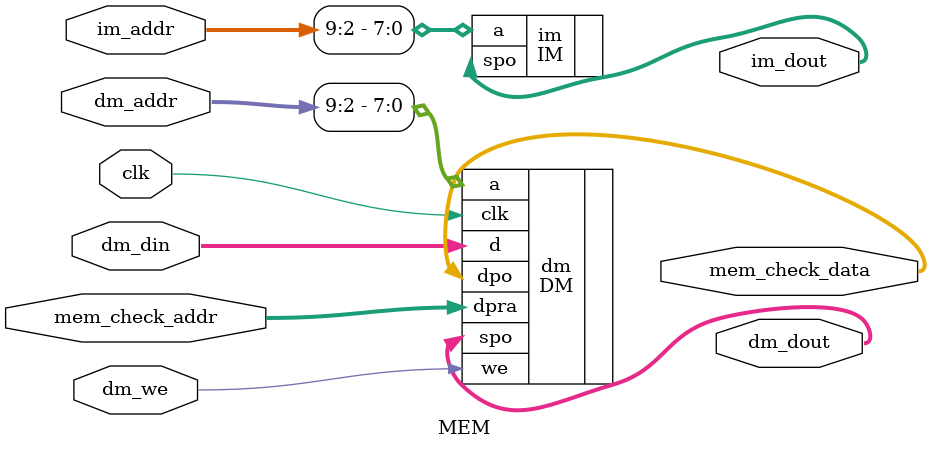
<source format=v>
module MEM(
    input clk,

    // MEM Data BUS with CPU
	//指令存储器端口
    input [31:0] im_addr,
    output [31:0] im_dout,
	
	//数据存储器端口
    input  [31:0] dm_addr,
    input dm_we,
    input  [31:0] dm_din,
    output [31:0] dm_dout,

    // MEM Debug BUS
    input [31:0] mem_check_addr,
    output [31:0] mem_check_data
);
   
   // TODO
DM dm
(
  .a(dm_addr[9:2]),        // input wire [7 : 0] a
  .d(dm_din),        // input wire [31 : 0] d
  .dpra(mem_check_addr),  // input wire [7 : 0] dpra
  .clk(clk),    // input wire clk
  .we(dm_we),      // input wire we
  .spo(dm_dout),    // output wire [31 : 0] spo
  .dpo(mem_check_data)    // output wire [31 : 0] dpo
);

IM im
(
  .a(im_addr[9:2]),      // input wire [7 : 0] a
  .spo(im_dout)  // output wire [31 : 0] spo
);
endmodule
</source>
